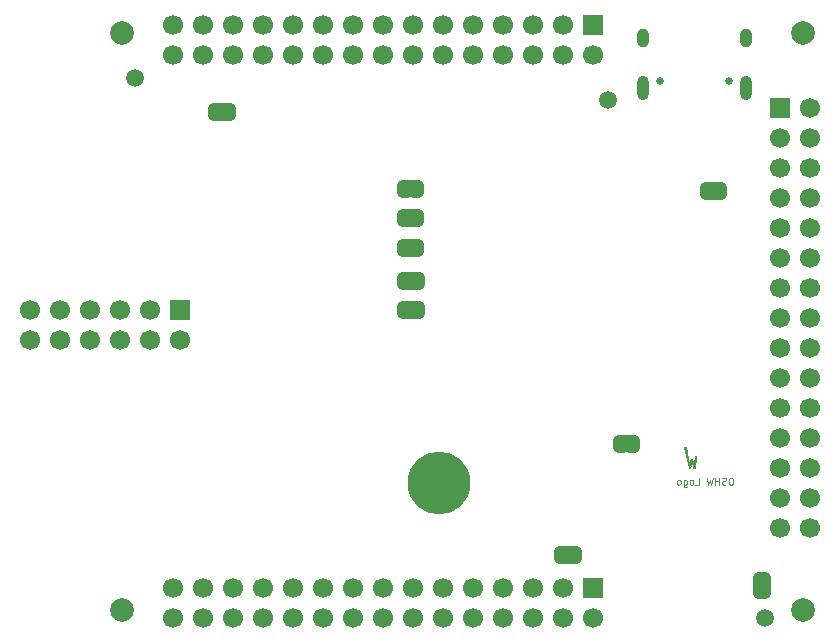
<source format=gbr>
%TF.GenerationSoftware,KiCad,Pcbnew,9.0.2*%
%TF.CreationDate,2025-11-14T17:37:25-08:00*%
%TF.ProjectId,nx-module-breakout,6e782d6d-6f64-4756-9c65-2d627265616b,rev?*%
%TF.SameCoordinates,Original*%
%TF.FileFunction,Soldermask,Bot*%
%TF.FilePolarity,Negative*%
%FSLAX46Y46*%
G04 Gerber Fmt 4.6, Leading zero omitted, Abs format (unit mm)*
G04 Created by KiCad (PCBNEW 9.0.2) date 2025-11-14 17:37:25*
%MOMM*%
%LPD*%
G01*
G04 APERTURE LIST*
G04 Aperture macros list*
%AMFreePoly0*
4,1,23,0.000000,0.745722,0.065263,0.745722,0.191342,0.711940,0.304381,0.646677,0.396677,0.554381,0.461940,0.441342,0.495722,0.315263,0.495722,0.250000,0.500000,0.250000,0.500000,-0.250000,0.495722,-0.250000,0.495722,-0.315263,0.461940,-0.441342,0.396677,-0.554381,0.304381,-0.646677,0.191342,-0.711940,0.065263,-0.745722,0.000000,-0.745722,0.000000,-0.750000,-0.500000,-0.750000,
-0.500000,0.750000,0.000000,0.750000,0.000000,0.745722,0.000000,0.745722,$1*%
%AMFreePoly1*
4,1,23,0.500000,-0.750000,0.000000,-0.750000,0.000000,-0.745722,-0.065263,-0.745722,-0.191342,-0.711940,-0.304381,-0.646677,-0.396677,-0.554381,-0.461940,-0.441342,-0.495722,-0.315263,-0.495722,-0.250000,-0.500000,-0.250000,-0.500000,0.250000,-0.495722,0.250000,-0.495722,0.315263,-0.461940,0.441342,-0.396677,0.554381,-0.304381,0.646677,-0.191342,0.711940,-0.065263,0.745722,0.000000,0.745722,
0.000000,0.750000,0.500000,0.750000,0.500000,-0.750000,0.500000,-0.750000,$1*%
G04 Aperture macros list end*
%ADD10C,0.080000*%
%ADD11C,0.002540*%
%ADD12C,0.000000*%
%ADD13C,5.300000*%
%ADD14C,2.000000*%
%ADD15C,1.700000*%
%ADD16R,1.700000X1.700000*%
%ADD17O,1.000000X1.600000*%
%ADD18O,1.000000X2.100000*%
%ADD19C,0.650000*%
%ADD20C,1.500000*%
%ADD21FreePoly0,180.000000*%
%ADD22FreePoly1,180.000000*%
%ADD23FreePoly0,0.000000*%
%ADD24FreePoly1,0.000000*%
%ADD25FreePoly0,270.000000*%
%ADD26FreePoly1,270.000000*%
G04 APERTURE END LIST*
D10*
X175617619Y-125933787D02*
X175505238Y-125933787D01*
X175505238Y-125933787D02*
X175449048Y-125961882D01*
X175449048Y-125961882D02*
X175392857Y-126018072D01*
X175392857Y-126018072D02*
X175364762Y-126130453D01*
X175364762Y-126130453D02*
X175364762Y-126327120D01*
X175364762Y-126327120D02*
X175392857Y-126439501D01*
X175392857Y-126439501D02*
X175449048Y-126495692D01*
X175449048Y-126495692D02*
X175505238Y-126523787D01*
X175505238Y-126523787D02*
X175617619Y-126523787D01*
X175617619Y-126523787D02*
X175673810Y-126495692D01*
X175673810Y-126495692D02*
X175730000Y-126439501D01*
X175730000Y-126439501D02*
X175758096Y-126327120D01*
X175758096Y-126327120D02*
X175758096Y-126130453D01*
X175758096Y-126130453D02*
X175730000Y-126018072D01*
X175730000Y-126018072D02*
X175673810Y-125961882D01*
X175673810Y-125961882D02*
X175617619Y-125933787D01*
X175140001Y-126495692D02*
X175055715Y-126523787D01*
X175055715Y-126523787D02*
X174915239Y-126523787D01*
X174915239Y-126523787D02*
X174859048Y-126495692D01*
X174859048Y-126495692D02*
X174830953Y-126467596D01*
X174830953Y-126467596D02*
X174802858Y-126411406D01*
X174802858Y-126411406D02*
X174802858Y-126355215D01*
X174802858Y-126355215D02*
X174830953Y-126299025D01*
X174830953Y-126299025D02*
X174859048Y-126270930D01*
X174859048Y-126270930D02*
X174915239Y-126242834D01*
X174915239Y-126242834D02*
X175027620Y-126214739D01*
X175027620Y-126214739D02*
X175083810Y-126186644D01*
X175083810Y-126186644D02*
X175111905Y-126158549D01*
X175111905Y-126158549D02*
X175140001Y-126102358D01*
X175140001Y-126102358D02*
X175140001Y-126046168D01*
X175140001Y-126046168D02*
X175111905Y-125989977D01*
X175111905Y-125989977D02*
X175083810Y-125961882D01*
X175083810Y-125961882D02*
X175027620Y-125933787D01*
X175027620Y-125933787D02*
X174887143Y-125933787D01*
X174887143Y-125933787D02*
X174802858Y-125961882D01*
X174550000Y-126523787D02*
X174550000Y-125933787D01*
X174550000Y-126214739D02*
X174212857Y-126214739D01*
X174212857Y-126523787D02*
X174212857Y-125933787D01*
X173988096Y-125933787D02*
X173847620Y-126523787D01*
X173847620Y-126523787D02*
X173735239Y-126102358D01*
X173735239Y-126102358D02*
X173622858Y-126523787D01*
X173622858Y-126523787D02*
X173482382Y-125933787D01*
X172527143Y-126523787D02*
X172808095Y-126523787D01*
X172808095Y-126523787D02*
X172808095Y-125933787D01*
X172246191Y-126523787D02*
X172302381Y-126495692D01*
X172302381Y-126495692D02*
X172330476Y-126467596D01*
X172330476Y-126467596D02*
X172358572Y-126411406D01*
X172358572Y-126411406D02*
X172358572Y-126242834D01*
X172358572Y-126242834D02*
X172330476Y-126186644D01*
X172330476Y-126186644D02*
X172302381Y-126158549D01*
X172302381Y-126158549D02*
X172246191Y-126130453D01*
X172246191Y-126130453D02*
X172161905Y-126130453D01*
X172161905Y-126130453D02*
X172105714Y-126158549D01*
X172105714Y-126158549D02*
X172077619Y-126186644D01*
X172077619Y-126186644D02*
X172049524Y-126242834D01*
X172049524Y-126242834D02*
X172049524Y-126411406D01*
X172049524Y-126411406D02*
X172077619Y-126467596D01*
X172077619Y-126467596D02*
X172105714Y-126495692D01*
X172105714Y-126495692D02*
X172161905Y-126523787D01*
X172161905Y-126523787D02*
X172246191Y-126523787D01*
X171543809Y-126130453D02*
X171543809Y-126608072D01*
X171543809Y-126608072D02*
X171571904Y-126664263D01*
X171571904Y-126664263D02*
X171600000Y-126692358D01*
X171600000Y-126692358D02*
X171656190Y-126720453D01*
X171656190Y-126720453D02*
X171740476Y-126720453D01*
X171740476Y-126720453D02*
X171796666Y-126692358D01*
X171543809Y-126495692D02*
X171600000Y-126523787D01*
X171600000Y-126523787D02*
X171712381Y-126523787D01*
X171712381Y-126523787D02*
X171768571Y-126495692D01*
X171768571Y-126495692D02*
X171796666Y-126467596D01*
X171796666Y-126467596D02*
X171824762Y-126411406D01*
X171824762Y-126411406D02*
X171824762Y-126242834D01*
X171824762Y-126242834D02*
X171796666Y-126186644D01*
X171796666Y-126186644D02*
X171768571Y-126158549D01*
X171768571Y-126158549D02*
X171712381Y-126130453D01*
X171712381Y-126130453D02*
X171600000Y-126130453D01*
X171600000Y-126130453D02*
X171543809Y-126158549D01*
X171178571Y-126523787D02*
X171234761Y-126495692D01*
X171234761Y-126495692D02*
X171262856Y-126467596D01*
X171262856Y-126467596D02*
X171290952Y-126411406D01*
X171290952Y-126411406D02*
X171290952Y-126242834D01*
X171290952Y-126242834D02*
X171262856Y-126186644D01*
X171262856Y-126186644D02*
X171234761Y-126158549D01*
X171234761Y-126158549D02*
X171178571Y-126130453D01*
X171178571Y-126130453D02*
X171094285Y-126130453D01*
X171094285Y-126130453D02*
X171038094Y-126158549D01*
X171038094Y-126158549D02*
X171009999Y-126186644D01*
X171009999Y-126186644D02*
X170981904Y-126242834D01*
X170981904Y-126242834D02*
X170981904Y-126411406D01*
X170981904Y-126411406D02*
X171009999Y-126467596D01*
X171009999Y-126467596D02*
X171038094Y-126495692D01*
X171038094Y-126495692D02*
X171094285Y-126523787D01*
X171094285Y-126523787D02*
X171178571Y-126523787D01*
D11*
%TO.C,LOGO2*%
X172038372Y-124907639D02*
X172152143Y-124375827D01*
X172291711Y-124375827D01*
X172404159Y-124906316D01*
X172498747Y-124104629D01*
X172629054Y-124104629D01*
X172481549Y-125092186D01*
X172355211Y-125092186D01*
X172221596Y-124505473D01*
X172087320Y-125092186D01*
X171960982Y-125092186D01*
X171587698Y-123370851D01*
X171718006Y-123370851D01*
X172038372Y-124907639D01*
G36*
X172038372Y-124907639D02*
G01*
X172152143Y-124375827D01*
X172291711Y-124375827D01*
X172404159Y-124906316D01*
X172498747Y-124104629D01*
X172629054Y-124104629D01*
X172481549Y-125092186D01*
X172355211Y-125092186D01*
X172221596Y-124505473D01*
X172087320Y-125092186D01*
X171960982Y-125092186D01*
X171587698Y-123370851D01*
X171718006Y-123370851D01*
X172038372Y-124907639D01*
G37*
%TO.C,JP2*%
G36*
X148590000Y-103215002D02*
G01*
X148290000Y-103215002D01*
X148290000Y-104715002D01*
X148590000Y-104715002D01*
X148590000Y-103215002D01*
G37*
%TO.C,JP3*%
G36*
X148590000Y-105725002D02*
G01*
X148290000Y-105725002D01*
X148290000Y-107225002D01*
X148590000Y-107225002D01*
X148590000Y-105725002D01*
G37*
%TO.C,JP8*%
G36*
X132300000Y-95750000D02*
G01*
X132600000Y-95750000D01*
X132600000Y-94250000D01*
X132300000Y-94250000D01*
X132300000Y-95750000D01*
G37*
D12*
%TO.C,JP10*%
G36*
X166830000Y-123810000D02*
G01*
X166530000Y-123810000D01*
X166530000Y-122310000D01*
X166830000Y-122310000D01*
X166830000Y-123810000D01*
G37*
%TO.C,JP7*%
G36*
X174200000Y-102425002D02*
G01*
X173900000Y-102425002D01*
X173900000Y-100925002D01*
X174200000Y-100925002D01*
X174200000Y-102425002D01*
G37*
%TO.C,JP6*%
G36*
X178900000Y-135225002D02*
G01*
X177400000Y-135225002D01*
X177400000Y-134925002D01*
X178900000Y-134925002D01*
X178900000Y-135225002D01*
G37*
%TO.C,JP5*%
G36*
X148600000Y-111025002D02*
G01*
X148300000Y-111025002D01*
X148300000Y-112525002D01*
X148600000Y-112525002D01*
X148600000Y-111025002D01*
G37*
%TO.C,JP1*%
G36*
X148590000Y-100715002D02*
G01*
X148290000Y-100715002D01*
X148290000Y-102215002D01*
X148590000Y-102215002D01*
X148590000Y-100715002D01*
G37*
%TO.C,JP9*%
G36*
X161890000Y-133250000D02*
G01*
X161590000Y-133250000D01*
X161590000Y-131750000D01*
X161890000Y-131750000D01*
X161890000Y-133250000D01*
G37*
%TO.C,JP4*%
G36*
X148610000Y-108525002D02*
G01*
X148310000Y-108525002D01*
X148310000Y-110025002D01*
X148610000Y-110025002D01*
X148610000Y-108525002D01*
G37*
%TD*%
D13*
%TO.C,H5*%
X150800000Y-126400000D03*
%TD*%
D14*
%TO.C,H3*%
X124006000Y-137160000D03*
%TD*%
%TO.C,H2*%
X181664000Y-88265000D03*
%TD*%
D15*
%TO.C,J3*%
X128270001Y-90170001D03*
X128270001Y-87630001D03*
X130810001Y-90170001D03*
X130810001Y-87630001D03*
X133350001Y-90170001D03*
X133350001Y-87630001D03*
X135890001Y-90170001D03*
X135890001Y-87630001D03*
X138430001Y-90170001D03*
X138430001Y-87630001D03*
X140970001Y-90170001D03*
X140970001Y-87630001D03*
X143510001Y-90170001D03*
X143510001Y-87630001D03*
X146050001Y-90170001D03*
X146050001Y-87630001D03*
X148590001Y-90170001D03*
X148590001Y-87630001D03*
X151130001Y-90170001D03*
X151130001Y-87630001D03*
X153670001Y-90170001D03*
X153670001Y-87630001D03*
X156210001Y-90170001D03*
X156210001Y-87630001D03*
X158750001Y-90170001D03*
X158750001Y-87630001D03*
X161290001Y-90170001D03*
X161290001Y-87630001D03*
X163830001Y-90170001D03*
D16*
X163830001Y-87630001D03*
%TD*%
D15*
%TO.C,J1*%
X182245001Y-130175001D03*
X179705001Y-130175001D03*
X182245001Y-127635001D03*
X179705001Y-127635001D03*
X182245001Y-125095001D03*
X179705001Y-125095001D03*
X182245001Y-122555001D03*
X179705001Y-122555001D03*
X182245001Y-120015001D03*
X179705001Y-120015001D03*
X182245001Y-117475001D03*
X179705001Y-117475001D03*
X182245001Y-114935001D03*
X179705001Y-114935001D03*
X182245001Y-112395001D03*
X179705001Y-112395001D03*
X182245001Y-109855001D03*
X179705001Y-109855001D03*
X182245001Y-107315001D03*
X179705001Y-107315001D03*
X182245001Y-104775001D03*
X179705001Y-104775001D03*
X182245001Y-102235001D03*
X179705001Y-102235001D03*
X182245001Y-99695001D03*
X179705001Y-99695001D03*
X182245001Y-97155001D03*
X179705001Y-97155001D03*
X182245001Y-94615001D03*
D16*
X179705001Y-94615001D03*
%TD*%
D14*
%TO.C,H4*%
X181610000Y-137160000D03*
%TD*%
D15*
%TO.C,J4*%
X128270001Y-137795001D03*
X128270001Y-135255001D03*
X130810001Y-137795001D03*
X130810001Y-135255001D03*
X133350001Y-137795001D03*
X133350001Y-135255001D03*
X135890001Y-137795001D03*
X135890001Y-135255001D03*
X138430001Y-137795001D03*
X138430001Y-135255001D03*
X140970001Y-137795001D03*
X140970001Y-135255001D03*
X143510001Y-137795001D03*
X143510001Y-135255001D03*
X146050001Y-137795001D03*
X146050001Y-135255001D03*
X148590001Y-137795001D03*
X148590001Y-135255001D03*
X151130001Y-137795001D03*
X151130001Y-135255001D03*
X153670001Y-137795001D03*
X153670001Y-135255001D03*
X156210001Y-137795001D03*
X156210001Y-135255001D03*
X158750001Y-137795001D03*
X158750001Y-135255001D03*
X161290001Y-137795001D03*
X161290001Y-135255001D03*
X163830001Y-137795001D03*
D16*
X163830001Y-135255001D03*
%TD*%
D15*
%TO.C,J8*%
X116205000Y-114300000D03*
X116205000Y-111760000D03*
X118745000Y-114300000D03*
X118745000Y-111760000D03*
X121285000Y-114300000D03*
X121285000Y-111760000D03*
X123825000Y-114300000D03*
X123825000Y-111760000D03*
X126365000Y-114300000D03*
X126365000Y-111760000D03*
X128905000Y-114300000D03*
D16*
X128905000Y-111760000D03*
%TD*%
D17*
%TO.C,J9*%
X168140000Y-88735002D03*
D18*
X168140000Y-92915002D03*
D17*
X176780000Y-88735002D03*
D18*
X176780000Y-92915002D03*
D19*
X169570000Y-92385002D03*
X175350000Y-92385002D03*
%TD*%
D14*
%TO.C,H1*%
X124006000Y-88265000D03*
%TD*%
D20*
%TO.C,FID6*%
X178435000Y-137795000D03*
%TD*%
D21*
%TO.C,JP2*%
X147790000Y-103965002D03*
D22*
X149090000Y-103965002D03*
%TD*%
D21*
%TO.C,JP3*%
X147790000Y-106475002D03*
D22*
X149090000Y-106475002D03*
%TD*%
D23*
%TO.C,JP8*%
X133100000Y-95000000D03*
D24*
X131800000Y-95000000D03*
%TD*%
D21*
%TO.C,JP10*%
X166030001Y-123060000D03*
D22*
X167329999Y-123060000D03*
%TD*%
D21*
%TO.C,JP7*%
X173400001Y-101675002D03*
D22*
X174699999Y-101675002D03*
%TD*%
D20*
%TO.C,FID4*%
X125095000Y-92075000D03*
%TD*%
D25*
%TO.C,JP6*%
X178150000Y-135725001D03*
D26*
X178150000Y-134425003D03*
%TD*%
D21*
%TO.C,JP5*%
X147800000Y-111775002D03*
D22*
X149100000Y-111775002D03*
%TD*%
D20*
%TO.C,FID5*%
X165100000Y-93980000D03*
%TD*%
D21*
%TO.C,JP1*%
X147790000Y-101465002D03*
D22*
X149090000Y-101465002D03*
%TD*%
D23*
%TO.C,JP9*%
X162389999Y-132500000D03*
D24*
X161090001Y-132500000D03*
%TD*%
D21*
%TO.C,JP4*%
X147810000Y-109275002D03*
D22*
X149110000Y-109275002D03*
%TD*%
M02*

</source>
